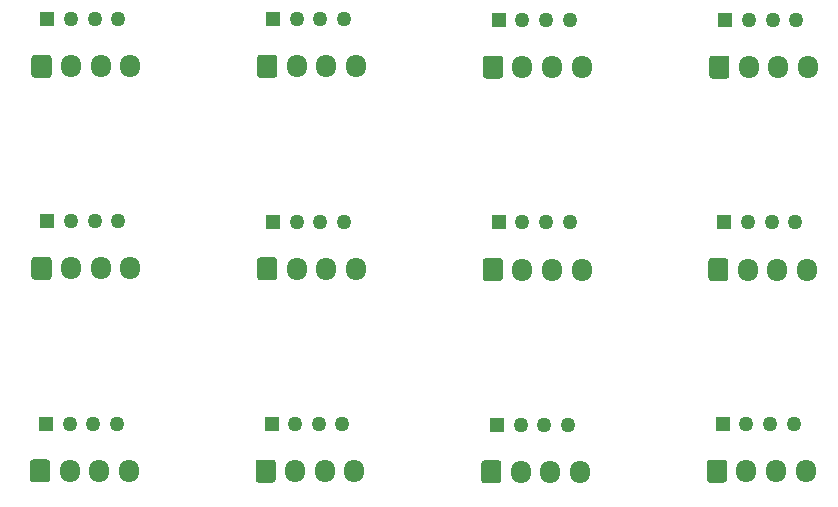
<source format=gbr>
%TF.GenerationSoftware,KiCad,Pcbnew,5.1.10-88a1d61d58~90~ubuntu20.04.1*%
%TF.CreationDate,2022-01-17T11:14:37+00:00*%
%TF.ProjectId,grove_adaptor_panel,67726f76-655f-4616-9461-70746f725f70,rev?*%
%TF.SameCoordinates,Original*%
%TF.FileFunction,Copper,L2,Bot*%
%TF.FilePolarity,Positive*%
%FSLAX46Y46*%
G04 Gerber Fmt 4.6, Leading zero omitted, Abs format (unit mm)*
G04 Created by KiCad (PCBNEW 5.1.10-88a1d61d58~90~ubuntu20.04.1) date 2022-01-17 11:14:37*
%MOMM*%
%LPD*%
G01*
G04 APERTURE LIST*
%TA.AperFunction,ComponentPad*%
%ADD10R,1.270000X1.270000*%
%TD*%
%TA.AperFunction,ComponentPad*%
%ADD11C,1.270000*%
%TD*%
%TA.AperFunction,ComponentPad*%
%ADD12O,1.700000X1.950000*%
%TD*%
G04 APERTURE END LIST*
D10*
%TO.P,J2,1*%
%TO.N,N/C*%
X136993000Y-107022000D03*
D11*
%TO.P,J2,2*%
X138993000Y-107022000D03*
%TO.P,J2,3*%
X140993000Y-107022000D03*
%TO.P,J2,4*%
X142993000Y-107022000D03*
%TD*%
%TO.P,J1,1*%
%TO.N,N/C*%
%TA.AperFunction,ComponentPad*%
G36*
G01*
X135643000Y-111747000D02*
X135643000Y-110297000D01*
G75*
G02*
X135893000Y-110047000I250000J0D01*
G01*
X137093000Y-110047000D01*
G75*
G02*
X137343000Y-110297000I0J-250000D01*
G01*
X137343000Y-111747000D01*
G75*
G02*
X137093000Y-111997000I-250000J0D01*
G01*
X135893000Y-111997000D01*
G75*
G02*
X135643000Y-111747000I0J250000D01*
G01*
G37*
%TD.AperFunction*%
D12*
%TO.P,J1,2*%
X138993000Y-111022000D03*
%TO.P,J1,3*%
X141493000Y-111022000D03*
%TO.P,J1,4*%
X143993000Y-111022000D03*
%TD*%
D10*
%TO.P,J2,1*%
%TO.N,N/C*%
X156170000Y-89877000D03*
D11*
%TO.P,J2,2*%
X158170000Y-89877000D03*
%TO.P,J2,3*%
X160170000Y-89877000D03*
%TO.P,J2,4*%
X162170000Y-89877000D03*
%TD*%
%TO.P,J1,1*%
%TO.N,N/C*%
%TA.AperFunction,ComponentPad*%
G36*
G01*
X154820000Y-94602000D02*
X154820000Y-93152000D01*
G75*
G02*
X155070000Y-92902000I250000J0D01*
G01*
X156270000Y-92902000D01*
G75*
G02*
X156520000Y-93152000I0J-250000D01*
G01*
X156520000Y-94602000D01*
G75*
G02*
X156270000Y-94852000I-250000J0D01*
G01*
X155070000Y-94852000D01*
G75*
G02*
X154820000Y-94602000I0J250000D01*
G01*
G37*
%TD.AperFunction*%
D12*
%TO.P,J1,2*%
X158170000Y-93877000D03*
%TO.P,J1,3*%
X160670000Y-93877000D03*
%TO.P,J1,4*%
X163170000Y-93877000D03*
%TD*%
D10*
%TO.P,J2,1*%
%TO.N,N/C*%
X136993000Y-89877000D03*
D11*
%TO.P,J2,2*%
X138993000Y-89877000D03*
%TO.P,J2,3*%
X140993000Y-89877000D03*
%TO.P,J2,4*%
X142993000Y-89877000D03*
%TD*%
%TO.P,J1,1*%
%TO.N,N/C*%
%TA.AperFunction,ComponentPad*%
G36*
G01*
X135643000Y-94602000D02*
X135643000Y-93152000D01*
G75*
G02*
X135893000Y-92902000I250000J0D01*
G01*
X137093000Y-92902000D01*
G75*
G02*
X137343000Y-93152000I0J-250000D01*
G01*
X137343000Y-94602000D01*
G75*
G02*
X137093000Y-94852000I-250000J0D01*
G01*
X135893000Y-94852000D01*
G75*
G02*
X135643000Y-94602000I0J250000D01*
G01*
G37*
%TD.AperFunction*%
D12*
%TO.P,J1,2*%
X138993000Y-93877000D03*
%TO.P,J1,3*%
X141493000Y-93877000D03*
%TO.P,J1,4*%
X143993000Y-93877000D03*
%TD*%
D10*
%TO.P,J2,1*%
%TO.N,N/C*%
X117879500Y-106958500D03*
D11*
%TO.P,J2,2*%
X119879500Y-106958500D03*
%TO.P,J2,3*%
X121879500Y-106958500D03*
%TO.P,J2,4*%
X123879500Y-106958500D03*
%TD*%
%TO.P,J1,1*%
%TO.N,N/C*%
%TA.AperFunction,ComponentPad*%
G36*
G01*
X116529500Y-111683500D02*
X116529500Y-110233500D01*
G75*
G02*
X116779500Y-109983500I250000J0D01*
G01*
X117979500Y-109983500D01*
G75*
G02*
X118229500Y-110233500I0J-250000D01*
G01*
X118229500Y-111683500D01*
G75*
G02*
X117979500Y-111933500I-250000J0D01*
G01*
X116779500Y-111933500D01*
G75*
G02*
X116529500Y-111683500I0J250000D01*
G01*
G37*
%TD.AperFunction*%
D12*
%TO.P,J1,2*%
X119879500Y-110958500D03*
%TO.P,J1,3*%
X122379500Y-110958500D03*
%TO.P,J1,4*%
X124879500Y-110958500D03*
%TD*%
%TO.P,J1,1*%
%TO.N,N/C*%
%TA.AperFunction,ComponentPad*%
G36*
G01*
X97299000Y-128790500D02*
X97299000Y-127340500D01*
G75*
G02*
X97549000Y-127090500I250000J0D01*
G01*
X98749000Y-127090500D01*
G75*
G02*
X98999000Y-127340500I0J-250000D01*
G01*
X98999000Y-128790500D01*
G75*
G02*
X98749000Y-129040500I-250000J0D01*
G01*
X97549000Y-129040500D01*
G75*
G02*
X97299000Y-128790500I0J250000D01*
G01*
G37*
%TD.AperFunction*%
%TO.P,J1,2*%
X100649000Y-128065500D03*
%TO.P,J1,3*%
X103149000Y-128065500D03*
%TO.P,J1,4*%
X105649000Y-128065500D03*
%TD*%
D10*
%TO.P,J2,1*%
%TO.N,N/C*%
X98649000Y-124065500D03*
D11*
%TO.P,J2,2*%
X100649000Y-124065500D03*
%TO.P,J2,3*%
X102649000Y-124065500D03*
%TO.P,J2,4*%
X104649000Y-124065500D03*
%TD*%
%TO.P,J2,4*%
%TO.N,GND*%
X104776000Y-106920500D03*
%TO.P,J2,3*%
%TO.N,+5V*%
X102776000Y-106920500D03*
%TO.P,J2,2*%
%TO.N,Net-(J1-Pad2)*%
X100776000Y-106920500D03*
D10*
%TO.P,J2,1*%
%TO.N,Net-(J1-Pad1)*%
X98776000Y-106920500D03*
%TD*%
D12*
%TO.P,J1,4*%
%TO.N,GND*%
X105776000Y-110920500D03*
%TO.P,J1,3*%
%TO.N,+5V*%
X103276000Y-110920500D03*
%TO.P,J1,2*%
%TO.N,Net-(J1-Pad2)*%
X100776000Y-110920500D03*
%TO.P,J1,1*%
%TO.N,Net-(J1-Pad1)*%
%TA.AperFunction,ComponentPad*%
G36*
G01*
X97426000Y-111645500D02*
X97426000Y-110195500D01*
G75*
G02*
X97676000Y-109945500I250000J0D01*
G01*
X98876000Y-109945500D01*
G75*
G02*
X99126000Y-110195500I0J-250000D01*
G01*
X99126000Y-111645500D01*
G75*
G02*
X98876000Y-111895500I-250000J0D01*
G01*
X97676000Y-111895500D01*
G75*
G02*
X97426000Y-111645500I0J250000D01*
G01*
G37*
%TD.AperFunction*%
%TD*%
D11*
%TO.P,J2,4*%
%TO.N,GND*%
X161959500Y-124087500D03*
%TO.P,J2,3*%
%TO.N,+5V*%
X159959500Y-124087500D03*
%TO.P,J2,2*%
%TO.N,Net-(J1-Pad2)*%
X157959500Y-124087500D03*
D10*
%TO.P,J2,1*%
%TO.N,Net-(J1-Pad1)*%
X155959500Y-124087500D03*
%TD*%
D11*
%TO.P,J2,4*%
%TO.N,GND*%
X142856000Y-124151000D03*
%TO.P,J2,3*%
%TO.N,+5V*%
X140856000Y-124151000D03*
%TO.P,J2,2*%
%TO.N,Net-(J1-Pad2)*%
X138856000Y-124151000D03*
D10*
%TO.P,J2,1*%
%TO.N,Net-(J1-Pad1)*%
X136856000Y-124151000D03*
%TD*%
D11*
%TO.P,J2,4*%
%TO.N,GND*%
X123752500Y-124087500D03*
%TO.P,J2,3*%
%TO.N,+5V*%
X121752500Y-124087500D03*
%TO.P,J2,2*%
%TO.N,Net-(J1-Pad2)*%
X119752500Y-124087500D03*
D10*
%TO.P,J2,1*%
%TO.N,Net-(J1-Pad1)*%
X117752500Y-124087500D03*
%TD*%
D11*
%TO.P,J2,4*%
%TO.N,GND*%
X162086500Y-107025500D03*
%TO.P,J2,3*%
%TO.N,+5V*%
X160086500Y-107025500D03*
%TO.P,J2,2*%
%TO.N,Net-(J1-Pad2)*%
X158086500Y-107025500D03*
D10*
%TO.P,J2,1*%
%TO.N,Net-(J1-Pad1)*%
X156086500Y-107025500D03*
%TD*%
D11*
%TO.P,J2,4*%
%TO.N,GND*%
X123879500Y-89817000D03*
%TO.P,J2,3*%
%TO.N,+5V*%
X121879500Y-89817000D03*
%TO.P,J2,2*%
%TO.N,Net-(J1-Pad2)*%
X119879500Y-89817000D03*
D10*
%TO.P,J2,1*%
%TO.N,Net-(J1-Pad1)*%
X117879500Y-89817000D03*
%TD*%
D12*
%TO.P,J1,4*%
%TO.N,GND*%
X162959500Y-128087500D03*
%TO.P,J1,3*%
%TO.N,+5V*%
X160459500Y-128087500D03*
%TO.P,J1,2*%
%TO.N,Net-(J1-Pad2)*%
X157959500Y-128087500D03*
%TO.P,J1,1*%
%TO.N,Net-(J1-Pad1)*%
%TA.AperFunction,ComponentPad*%
G36*
G01*
X154609500Y-128812500D02*
X154609500Y-127362500D01*
G75*
G02*
X154859500Y-127112500I250000J0D01*
G01*
X156059500Y-127112500D01*
G75*
G02*
X156309500Y-127362500I0J-250000D01*
G01*
X156309500Y-128812500D01*
G75*
G02*
X156059500Y-129062500I-250000J0D01*
G01*
X154859500Y-129062500D01*
G75*
G02*
X154609500Y-128812500I0J250000D01*
G01*
G37*
%TD.AperFunction*%
%TD*%
%TO.P,J1,4*%
%TO.N,GND*%
X143856000Y-128151000D03*
%TO.P,J1,3*%
%TO.N,+5V*%
X141356000Y-128151000D03*
%TO.P,J1,2*%
%TO.N,Net-(J1-Pad2)*%
X138856000Y-128151000D03*
%TO.P,J1,1*%
%TO.N,Net-(J1-Pad1)*%
%TA.AperFunction,ComponentPad*%
G36*
G01*
X135506000Y-128876000D02*
X135506000Y-127426000D01*
G75*
G02*
X135756000Y-127176000I250000J0D01*
G01*
X136956000Y-127176000D01*
G75*
G02*
X137206000Y-127426000I0J-250000D01*
G01*
X137206000Y-128876000D01*
G75*
G02*
X136956000Y-129126000I-250000J0D01*
G01*
X135756000Y-129126000D01*
G75*
G02*
X135506000Y-128876000I0J250000D01*
G01*
G37*
%TD.AperFunction*%
%TD*%
%TO.P,J1,4*%
%TO.N,GND*%
X124752500Y-128087500D03*
%TO.P,J1,3*%
%TO.N,+5V*%
X122252500Y-128087500D03*
%TO.P,J1,2*%
%TO.N,Net-(J1-Pad2)*%
X119752500Y-128087500D03*
%TO.P,J1,1*%
%TO.N,Net-(J1-Pad1)*%
%TA.AperFunction,ComponentPad*%
G36*
G01*
X116402500Y-128812500D02*
X116402500Y-127362500D01*
G75*
G02*
X116652500Y-127112500I250000J0D01*
G01*
X117852500Y-127112500D01*
G75*
G02*
X118102500Y-127362500I0J-250000D01*
G01*
X118102500Y-128812500D01*
G75*
G02*
X117852500Y-129062500I-250000J0D01*
G01*
X116652500Y-129062500D01*
G75*
G02*
X116402500Y-128812500I0J250000D01*
G01*
G37*
%TD.AperFunction*%
%TD*%
%TO.P,J1,4*%
%TO.N,GND*%
X163086500Y-111025500D03*
%TO.P,J1,3*%
%TO.N,+5V*%
X160586500Y-111025500D03*
%TO.P,J1,2*%
%TO.N,Net-(J1-Pad2)*%
X158086500Y-111025500D03*
%TO.P,J1,1*%
%TO.N,Net-(J1-Pad1)*%
%TA.AperFunction,ComponentPad*%
G36*
G01*
X154736500Y-111750500D02*
X154736500Y-110300500D01*
G75*
G02*
X154986500Y-110050500I250000J0D01*
G01*
X156186500Y-110050500D01*
G75*
G02*
X156436500Y-110300500I0J-250000D01*
G01*
X156436500Y-111750500D01*
G75*
G02*
X156186500Y-112000500I-250000J0D01*
G01*
X154986500Y-112000500D01*
G75*
G02*
X154736500Y-111750500I0J250000D01*
G01*
G37*
%TD.AperFunction*%
%TD*%
%TO.P,J1,4*%
%TO.N,GND*%
X124879500Y-93817000D03*
%TO.P,J1,3*%
%TO.N,+5V*%
X122379500Y-93817000D03*
%TO.P,J1,2*%
%TO.N,Net-(J1-Pad2)*%
X119879500Y-93817000D03*
%TO.P,J1,1*%
%TO.N,Net-(J1-Pad1)*%
%TA.AperFunction,ComponentPad*%
G36*
G01*
X116529500Y-94542000D02*
X116529500Y-93092000D01*
G75*
G02*
X116779500Y-92842000I250000J0D01*
G01*
X117979500Y-92842000D01*
G75*
G02*
X118229500Y-93092000I0J-250000D01*
G01*
X118229500Y-94542000D01*
G75*
G02*
X117979500Y-94792000I-250000J0D01*
G01*
X116779500Y-94792000D01*
G75*
G02*
X116529500Y-94542000I0J250000D01*
G01*
G37*
%TD.AperFunction*%
%TD*%
D11*
%TO.P,J2,4*%
%TO.N,GND*%
X104776000Y-89817000D03*
%TO.P,J2,3*%
%TO.N,+5V*%
X102776000Y-89817000D03*
%TO.P,J2,2*%
%TO.N,Net-(J1-Pad2)*%
X100776000Y-89817000D03*
D10*
%TO.P,J2,1*%
%TO.N,Net-(J1-Pad1)*%
X98776000Y-89817000D03*
%TD*%
D12*
%TO.P,J1,4*%
%TO.N,GND*%
X105776000Y-93817000D03*
%TO.P,J1,3*%
%TO.N,+5V*%
X103276000Y-93817000D03*
%TO.P,J1,2*%
%TO.N,Net-(J1-Pad2)*%
X100776000Y-93817000D03*
%TO.P,J1,1*%
%TO.N,Net-(J1-Pad1)*%
%TA.AperFunction,ComponentPad*%
G36*
G01*
X97426000Y-94542000D02*
X97426000Y-93092000D01*
G75*
G02*
X97676000Y-92842000I250000J0D01*
G01*
X98876000Y-92842000D01*
G75*
G02*
X99126000Y-93092000I0J-250000D01*
G01*
X99126000Y-94542000D01*
G75*
G02*
X98876000Y-94792000I-250000J0D01*
G01*
X97676000Y-94792000D01*
G75*
G02*
X97426000Y-94542000I0J250000D01*
G01*
G37*
%TD.AperFunction*%
%TD*%
M02*

</source>
